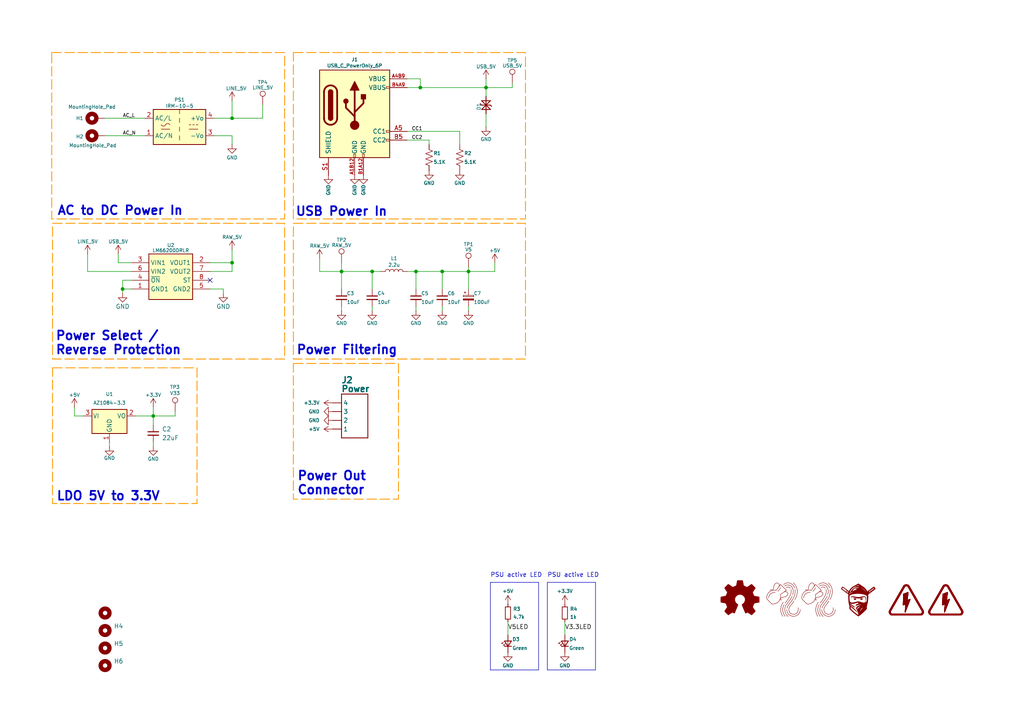
<source format=kicad_sch>
(kicad_sch (version 20250114) (generator "eeschema") (generator_version "9.0")
  (paper "A4")
  (title_block (title "Power Module") (date "2025-03-22") (rev "1.0") (company "CRG Makes") (comment 1 "Aquarius"))
  (lib_symbols
    (symbol "CRG Makes:IRM-10-5"
      (property "Reference" "PS" (at 0 6.35 0))
      (property "Value" "IRM-10-5" (at 0 -6.35 0))
      (symbol "IRM-10-5_1_1"
        (pin power_in line (at -10.16 2.54 0) (length 2.54) (name "AC/L") (number "2"))
        (pin power_in line (at -10.16 -2.54 0) (length 2.54) (name "AC/N") (number "1"))
        (pin power_out line (at 10.16 2.54 180) (length 2.54) (name "+Vo") (number "4"))
        (pin power_out line (at 10.16 -2.54 180) (length 2.54) (name "-Vo") (number "3"))
      )
    )
    (symbol "CRGM Connector:JST-SH-4"
      (property "Reference" "J" (at 0 2.794 0))
      (symbol "JST-SH-4_1_0"
        (pin passive line (at -2.54 0 0) (length 2.54) (name "4") (number "4"))
        (pin passive line (at -2.54 -2.54 0) (length 2.54) (name "3") (number "3"))
        (pin passive line (at -2.54 -5.08 0) (length 2.54) (name "2") (number "2"))
        (pin passive line (at -2.54 -7.62 0) (length 2.54) (name "1") (number "1"))
      )
    )
    (symbol "CRGM Connector:USB_C_PowerOnly_6P" (pin_names (offset 1.016))
      (property "Reference" "J" (at 0 16.51 0))
      (property "Value" "USB_C_PowerOnly_6P" (at 0 13.97 0))
      (symbol "USB_C_PowerOnly_6P_1_1"
        (pin passive line (at -7.62 -17.78 90) (length 5.08) (name "SHIELD") (number "S1"))
        (pin passive line (at 0 -17.78 90) (length 5.08) (name "GND") (number "A1B12"))
        (pin passive line (at 2.54 -17.78 90) (length 5.08) (name "GND") (number "B1A12"))
        (pin passive line (at 15.24 10.16 180) (length 5.08) (name "VBUS") (number "A4B9"))
        (pin passive line (at 15.24 7.62 180) (length 5.08) (name "VBUS") (number "B4A9"))
        (pin bidirectional line (at 15.24 -5.08 180) (length 5.08) (name "CC1") (number "A5"))
        (pin bidirectional line (at 15.24 -7.62 180) (length 5.08) (name "CC2") (number "B5"))
      )
    )
    (symbol "CRGM Logos:Aquarius Logo")
    (symbol "CRGM Logos:FNWW Face")
    (symbol "CRGM Passive:PESD5V5C1BLYL"
      (property "Reference" "D" (at -1.524 1.524 0))
      (symbol "PESD5V5C1BLYL_1_0"
        (pin bidirectional line (at -2.54 0 0) (length 0) (name "K1") (number "1"))
        (pin bidirectional line (at 2.54 0 180) (length 0) (name "K2") (number "2"))
      )
    )
    (symbol "CRGM Power:AZ1084-3.3" (pin_names (offset 0.254))
      (property "Reference" "U" (at -3.81 3.175 0))
      (property "Value" "AZ1084-3.3" (at 0 3.175 0))
      (symbol "AZ1084-3.3_1_1"
        (pin power_in line (at -7.62 0 0) (length 2.54) (name "VI") (number "3"))
        (pin power_in line (at 0 -7.62 90) (length 2.54) (name "GND") (number "1"))
        (pin power_out line (at 7.62 0 180) (length 2.54) (name "VO") (number "2"))
      )
    )
    (symbol "CRGM Power:LM66200DRLR"
      (property "Reference" "U" (at -6.096 10.922 0))
      (property "Value" "LM66200DRLR" (at -6.096 8.382 0))
      (symbol "LM66200DRLR_1_1"
        (pin passive line (at -11.43 3.81 0) (length 5.08) (name "VIN1") (number "3"))
        (pin passive line (at -11.43 1.27 0) (length 5.08) (name "VIN2") (number "6"))
        (pin passive line (at -11.43 -1.27 0) (length 5.08) (name "~{ON}") (number "4"))
        (pin passive line (at -11.43 -3.81 0) (length 5.08) (name "GND1") (number "1"))
        (pin passive line (at 11.43 3.81 180) (length 5.08) (name "VOUT1") (number "2"))
        (pin passive line (at 11.43 1.27 180) (length 5.08) (name "VOUT2") (number "7"))
        (pin passive line (at 11.43 -1.27 180) (length 5.08) (name "ST") (number "8"))
        (pin passive line (at 11.43 -3.81 180) (length 5.08) (name "GND2") (number "5"))
      )
    )
    (symbol "CRGM Symbols:High Voltage")
    (symbol "Connector:TestPoint" (pin_numbers (hide yes)) (pin_names (offset 0.762) (hide yes))
      (property "Reference" "TP" (at 0 6.858 0))
      (property "Value" "TestPoint" (at 0 5.08 0))
      (symbol "TestPoint_1_1"
        (pin passive line (at 0 0 90) (length 2.54) (name "1") (number "1"))
      )
    )
    (symbol "Device:C_Polarized_Small" (pin_numbers (hide yes)) (pin_names (offset 0.254) (hide yes))
      (property "Reference" "C" (at 0.254 1.778 0))
      (property "Value" "C_Polarized_Small" (at 0.254 -2.032 0))
      (symbol "C_Polarized_Small_1_1"
        (pin passive line (at 0 2.54 270) (length 1.8542) (name "~") (number "1"))
        (pin passive line (at 0 -2.54 90) (length 1.8542) (name "~") (number "2"))
      )
    )
    (symbol "Device:C_Small" (pin_numbers (hide yes)) (pin_names (offset 0.254) (hide yes))
      (property "Reference" "C" (at 0.254 1.778 0))
      (property "Value" "C_Small" (at 0.254 -2.032 0))
      (symbol "C_Small_1_1"
        (pin passive line (at 0 2.54 270) (length 2.032) (name "~") (number "1"))
        (pin passive line (at 0 -2.54 90) (length 2.032) (name "~") (number "2"))
      )
    )
    (symbol "Device:L" (pin_numbers (hide yes)) (pin_names (offset 1.016) (hide yes))
      (property "Reference" "L" (at -1.27 0 90))
      (property "Value" "L" (at 1.905 0 90))
      (symbol "L_1_1"
        (pin passive line (at 0 3.81 270) (length 1.27) (name "1") (number "1"))
        (pin passive line (at 0 -3.81 90) (length 1.27) (name "2") (number "2"))
      )
    )
    (symbol "Device:LED_Small" (pin_numbers (hide yes)) (pin_names (offset 0.254) (hide yes))
      (property "Reference" "D" (at -1.27 3.175 0))
      (property "Value" "LED_Small" (at -4.445 -2.54 0))
      (symbol "LED_Small_1_1"
        (pin passive line (at -2.54 0 0) (length 1.778) (name "K") (number "1"))
        (pin passive line (at 2.54 0 180) (length 1.778) (name "A") (number "2"))
      )
    )
    (symbol "Device:R_Small" (pin_numbers (hide yes)) (pin_names (offset 0.254) (hide yes))
      (property "Reference" "R" (at 0.762 0.508 0))
      (property "Value" "R_Small" (at 0.762 -1.016 0))
      (symbol "R_Small_1_1"
        (pin passive line (at 0 2.54 270) (length 0.762) (name "~") (number "1"))
        (pin passive line (at 0 -2.54 90) (length 0.762) (name "~") (number "2"))
      )
    )
    (symbol "Device:R_US" (pin_numbers (hide yes)) (pin_names (offset 0))
      (property "Reference" "R" (at 2.54 0 90))
      (property "Value" "R_US" (at -2.54 0 90))
      (symbol "R_US_1_1"
        (pin passive line (at 0 3.81 270) (length 1.27) (name "~") (number "1"))
        (pin passive line (at 0 -3.81 90) (length 1.27) (name "~") (number "2"))
      )
    )
    (symbol "Graphic:Logo_Open_Hardware_Small" (in_bom no) (on_board no))
    (symbol "Mechanical:MountingHole" (pin_names (offset 1.016)) (exclude_from_sim yes) (in_bom no)
      (property "Reference" "H" (at 0 5.08 0))
      (property "Value" "MountingHole" (at 0 3.175 0))
    )
    (symbol "Mechanical:MountingHole_Pad" (pin_numbers (hide yes)) (pin_names (offset 1.016) (hide yes)) (exclude_from_sim yes) (in_bom no)
      (property "Reference" "H" (at 0 6.35 0))
      (property "Value" "MountingHole_Pad" (at 0 4.445 0))
      (symbol "MountingHole_Pad_1_1"
        (pin input line (at 0 -2.54 90) (length 2.54) (name "1") (number "1"))
      )
    )
    (symbol "power:+3.3V" (power) (pin_numbers (hide yes)) (pin_names (offset 0) (hide yes))
      (property "Value" "+3.3V" (at 0 3.556 0))
      (symbol "+3.3V_1_1"
        (pin power_in line (at 0 0 90) (length 0) (name "~") (number "1"))
      )
    )
    (symbol "power:+5V" (power) (pin_numbers (hide yes)) (pin_names (offset 0) (hide yes))
      (property "Value" "+5V" (at 0 3.556 0))
      (symbol "+5V_1_1"
        (pin power_in line (at 0 0 90) (length 0) (name "~") (number "1"))
      )
    )
    (symbol "power:GND" (power) (pin_numbers (hide yes)) (pin_names (offset 0) (hide yes))
      (property "Value" "GND" (at 0 -3.81 0))
      (symbol "GND_1_1"
        (pin power_in line (at 0 0 270) (length 0) (name "~") (number "1"))
      )
    )
  )
  (rectangle (start 15 15.24) (end 82.55 63.5) (stroke (width 0.254) (type dash) (color 255 153 0 1)))
  (rectangle (start 85.09 105.41) (end 115.57 144.78) (stroke (width 0.254) (type dash) (color 255 153 0 1)))
  (rectangle (start 15.24 106.68) (end 57.15 146.05) (stroke (width 0.254) (type dash) (color 255 153 0 1)))
  (rectangle (start 15.24 64.77) (end 82.55 104.14) (stroke (width 0.254) (type dash) (color 255 153 0 1)))
  (rectangle (start 85.09 64.77) (end 152.4 104.14) (stroke (width 0.254) (type dash) (color 255 153 0 1)))
  (rectangle (start 85.09 15.24) (end 152.4 63.5) (stroke (width 0.254) (type dash) (color 255 153 0 1)))
  (text "AC to DC Power In" (at 16.51 61.214 0) (effects (font (size 2.54 2.54) (thickness 0.508) (bold yes)) (justify left)))
  (text "Power Filtering" (at 85.852 101.6 0) (effects (font (size 2.54 2.54) (thickness 0.508) (bold yes)) (justify left)))
  (text "Power Out\nConnector" (at 86.106 140.208 0) (effects (font (size 2.54 2.54) (thickness 0.508) (bold yes)) (justify left)))
  (text "USB Power In" (at 85.598 61.468 0) (effects (font (size 2.54 2.54) (thickness 0.508) (bold yes)) (justify left)))
  (text "PSU active LED" (at 158.75 167.64 0) (effects (font (size 1.27 1.27)) (justify left bottom)))
  (text "LDO 5V to 3.3V" (at 16.256 144.018 0) (effects (font (size 2.54 2.54) (thickness 0.508) (bold yes)) (justify left)))
  (text "Power Select /\nReverse Protection" (at 16.002 99.568 0) (effects (font (size 2.54 2.54) (thickness 0.508) (bold yes)) (justify left)))
  (text "PSU active LED" (at 142.24 167.64 0) (effects (font (size 1.27 1.27)) (justify left bottom)))
  (junction (at 135.89 78.74))
  (junction (at 67.31 76.2))
  (junction (at 121.92 25.4))
  (junction (at 107.95 78.74))
  (junction (at 35.56 83.82))
  (junction (at 99.06 78.74))
  (junction (at 120.65 78.74))
  (junction (at 67.31 34.29))
  (junction (at 44.45 120.65))
  (junction (at 140.97 25.4))
  (junction (at 128.27 78.74))
  (no_connect (at 60.96 81.28))
  (wire (pts (xy 44.45 118.11) (xy 44.45 120.65)))
  (wire (pts (xy 140.97 25.4) (xy 140.97 27.94)))
  (polyline (pts (xy 172.72 194.31) (xy 158.75 194.31)))
  (wire (pts (xy 99.06 78.74) (xy 99.06 83.82)))
  (wire (pts (xy 140.97 25.4) (xy 140.97 22.86)))
  (wire (pts (xy 34.29 76.2) (xy 34.29 73.66)))
  (wire (pts (xy 107.95 78.74) (xy 110.49 78.74)))
  (wire (pts (xy 76.2 30.48) (xy 76.2 34.29)))
  (wire (pts (xy 92.71 78.74) (xy 92.71 74.93)))
  (wire (pts (xy 120.65 88.9) (xy 120.65 90.17)))
  (wire (pts (xy 120.65 78.74) (xy 128.27 78.74)))
  (wire (pts (xy 148.59 24.13) (xy 148.59 25.4)))
  (wire (pts (xy 30.48 34.29) (xy 41.91 34.29)))
  (wire (pts (xy 135.89 83.82) (xy 135.89 78.74)))
  (wire (pts (xy 107.95 83.82) (xy 107.95 78.74)))
  (wire (pts (xy 50.8 120.65) (xy 50.8 119.38)))
  (wire (pts (xy 60.96 78.74) (xy 67.31 78.74)))
  (wire (pts (xy 124.46 40.64) (xy 124.46 41.91)))
  (wire (pts (xy 148.59 25.4) (xy 140.97 25.4)))
  (wire (pts (xy 133.35 38.1) (xy 133.35 41.91)))
  (wire (pts (xy 60.96 83.82) (xy 64.77 83.82)))
  (wire (pts (xy 67.31 39.37) (xy 62.23 39.37)))
  (polyline (pts (xy 156.21 194.31) (xy 142.24 194.31)))
  (wire (pts (xy 120.65 78.74) (xy 120.65 83.82)))
  (wire (pts (xy 67.31 34.29) (xy 76.2 34.29)))
  (wire (pts (xy 99.06 88.9) (xy 99.06 90.17)))
  (wire (pts (xy 163.83 184.15) (xy 163.83 180.34)))
  (wire (pts (xy 147.32 184.15) (xy 147.32 180.34)))
  (wire (pts (xy 135.89 77.47) (xy 135.89 78.74)))
  (polyline (pts (xy 172.72 168.91) (xy 172.72 194.31)))
  (wire (pts (xy 60.96 76.2) (xy 67.31 76.2)))
  (wire (pts (xy 44.45 128.27) (xy 44.45 129.54)))
  (wire (pts (xy 118.11 40.64) (xy 124.46 40.64)))
  (wire (pts (xy 99.06 78.74) (xy 107.95 78.74)))
  (polyline (pts (xy 158.75 168.91) (xy 158.75 194.31)))
  (wire (pts (xy 67.31 29.21) (xy 67.31 34.29)))
  (wire (pts (xy 128.27 83.82) (xy 128.27 78.74)))
  (wire (pts (xy 118.11 22.86) (xy 121.92 22.86)))
  (wire (pts (xy 44.45 120.65) (xy 44.45 123.19)))
  (wire (pts (xy 38.1 83.82) (xy 35.56 83.82)))
  (wire (pts (xy 121.92 22.86) (xy 121.92 25.4)))
  (wire (pts (xy 140.97 33.02) (xy 140.97 36.83)))
  (wire (pts (xy 25.4 78.74) (xy 25.4 73.66)))
  (wire (pts (xy 31.75 129.54) (xy 31.75 128.27)))
  (wire (pts (xy 67.31 72.39) (xy 67.31 76.2)))
  (wire (pts (xy 35.56 81.28) (xy 35.56 83.82)))
  (wire (pts (xy 118.11 78.74) (xy 120.65 78.74)))
  (polyline (pts (xy 156.21 168.91) (xy 156.21 194.31)))
  (wire (pts (xy 44.45 120.65) (xy 50.8 120.65)))
  (wire (pts (xy 38.1 81.28) (xy 35.56 81.28)))
  (wire (pts (xy 62.23 34.29) (xy 67.31 34.29)))
  (polyline (pts (xy 158.75 168.91) (xy 172.72 168.91)))
  (wire (pts (xy 107.95 88.9) (xy 107.95 90.17)))
  (wire (pts (xy 21.59 120.65) (xy 24.13 120.65)))
  (wire (pts (xy 128.27 78.74) (xy 135.89 78.74)))
  (wire (pts (xy 67.31 41.91) (xy 67.31 39.37)))
  (wire (pts (xy 143.51 78.74) (xy 143.51 76.2)))
  (polyline (pts (xy 142.24 168.91) (xy 156.21 168.91)))
  (wire (pts (xy 99.06 76.2) (xy 99.06 78.74)))
  (wire (pts (xy 118.11 25.4) (xy 121.92 25.4)))
  (wire (pts (xy 121.92 25.4) (xy 140.97 25.4)))
  (wire (pts (xy 64.77 83.82) (xy 64.77 85.09)))
  (wire (pts (xy 135.89 78.74) (xy 143.51 78.74)))
  (wire (pts (xy 92.71 78.74) (xy 99.06 78.74)))
  (wire (pts (xy 39.37 120.65) (xy 44.45 120.65)))
  (wire (pts (xy 135.89 88.9) (xy 135.89 90.17)))
  (wire (pts (xy 21.59 118.11) (xy 21.59 120.65)))
  (wire (pts (xy 30.48 39.37) (xy 41.91 39.37)))
  (wire (pts (xy 35.56 83.82) (xy 35.56 85.09)))
  (wire (pts (xy 38.1 76.2) (xy 34.29 76.2)))
  (polyline (pts (xy 142.24 168.91) (xy 142.24 194.31)))
  (wire (pts (xy 128.27 88.9) (xy 128.27 90.17)))
  (wire (pts (xy 38.1 78.74) (xy 25.4 78.74)))
  (wire (pts (xy 67.31 78.74) (xy 67.31 76.2)))
  (wire (pts (xy 118.11 38.1) (xy 133.35 38.1)))
  (label "AC_N" (at 35.56 39.37 0) (effects (font (size 1 1))))
  (label "CC1" (at 119.38 38.1 0) (effects (font (size 1 1))))
  (label "V5LED" (at 147.32 182.88 0))
  (label "CC2" (at 119.38 40.64 0) (effects (font (size 1 1))))
  (label "V3.3LED" (at 163.83 182.88 0))
  (label "AC_L" (at 35.56 34.29 0) (effects (font (size 1 1))))
  (symbol (lib_id "power:GND") (at 163.83 189.23 0) (unit 1)
    (property "Reference" "#PWR028" (effects (hide yes)))
    (property "Value" "GND" (at 163.83 193.04 0) (effects (font (size 1 1))))
  )
  (symbol (lib_id "Connector:TestPoint") (at 99.06 76.2 0) (mirror y) (unit 1) (in_bom no)
    (property "Reference" "TP2" (at 99.06 69.596 0) (effects (font (size 1 1))))
    (property "Value" "RAW_5V" (at 99.06 71.12 0) (effects (font (size 1 1))))
    (property "Footprint" "TestPoint:TestPoint_Pad_D1.0mm" (effects (hide yes)))
    (property "Description" "test point" (effects (hide yes)))
  )
  (symbol (lib_id "Mechanical:MountingHole") (at 30.48 177.8 0) (unit 1) (in_bom no)
    (property "Reference" "H3" (effects (hide yes)))
    (property "Value" "MountingHole" (effects (hide yes)))
    (property "Footprint" "CRGM Mechanical:MountingHole_3.2mm_M3_Pad_Via" (effects (hide yes)))
    (property "Description" "Mounting Hole without connection" (effects (hide yes)))
  )
  (symbol (lib_id "power:GND") (at 140.97 36.83 0) (unit 1)
    (property "Reference" "#PWR02" (effects (hide yes)))
    (property "Value" "GND" (at 140.97 40.386 0) (effects (font (size 1 1))))
  )
  (symbol (lib_id "Device:C_Small") (at 44.45 125.73 0) (unit 1)
    (property "Reference" "C2" (at 46.99 124.46 0) (effects (justify left)))
    (property "Value" "22uF" (at 46.99 127 0) (effects (justify left)))
    (property "Footprint" "Capacitor_SMD:C_0603_1608Metric" (effects (hide yes)))
    (property "Datasheet" "https://www.mouser.com/datasheet/2/585/MLCC-1837944.pdf" (effects (hide yes)))
    (property "Description" "CAP CER 22UF 16V X5R 0603" (effects (hide yes)))
    (property "MF" "Samsung" (effects (hide yes)))
    (property "MPN" "CL10A226MO7JZNC" (effects (hide yes)))
    (property "LCSC" "C2762594" (effects (hide yes)))
    (property "Digikey" "1276-7076-2-ND" (effects (hide yes)))
    (property "Mouser" "187-CL10A226MO7JZNC" (effects (hide yes)))
  )
  (symbol (lib_id "power:+5V") (at 143.51 76.2 0) (unit 1)
    (property "Reference" "#PWR09" (effects (hide yes)))
    (property "Value" "+5V" (at 143.51 72.644 0) (effects (font (size 1 1))))
    (property "Description" "Power symbol creates a global label with name \"+5V\"" (effects (hide yes)))
  )
  (symbol (lib_id "power:+5V") (at 96.52 124.46 90) (unit 1)
    (property "Reference" "#PWR015" (effects (hide yes)))
    (property "Value" "+5V" (at 92.71 124.4599 90) (effects (font (size 1 1)) (justify left)))
    (property "Description" "Power symbol creates a global label with name \"+5V\"" (effects (hide yes)))
  )
  (symbol (lib_id "power:GND") (at 107.95 90.17 0) (unit 1)
    (property "Reference" "#PWR021" (effects (hide yes)))
    (property "Value" "GND" (at 107.95 93.726 0) (effects (font (size 1 1))))
  )
  (symbol (lib_id "power:GND") (at 95.25 50.8 0) (unit 1)
    (property "Reference" "#PWR06" (effects (hide yes)))
    (property "Value" "GND" (at 95.25 55.118 90) (effects (font (size 1 1))))
    (property "Description" "Power symbol creates a global label with name \"GND\" , ground" (effects (hide yes)))
  )
  (symbol (lib_id "Device:R_Small") (at 147.32 177.8 0) (unit 1)
    (property "Reference" "R3" (at 148.8186 176.6316 0) (effects (font (size 1 1)) (justify left)))
    (property "Value" "4.7k" (at 148.8186 178.943 0) (effects (font (size 1 1)) (justify left)))
    (property "Footprint" "Resistor_SMD:R_0603_1608Metric" (effects (hide yes)))
    (property "Datasheet" "https://www.vishay.com/docs/28773/crcwce3.pdf" (effects (hide yes)))
    (property "Description" "Thick Film Resistors - SMD 1/10Watt 4.7Kohms 5% Commercial Use" (effects (hide yes)))
    (property "MN" "FOJAN" (effects (hide yes)))
    (property "MPN" "FRC0603J472 TS" (effects (hide yes)))
    (property "Mouser" "71-CRCW06034K70JNEAC" (effects (hide yes)))
    (property "Digikey" "541-3993-2-ND" (effects (hide yes)))
    (property "LCSC" "C2907166" (effects (hide yes)))
  )
  (symbol (lib_id "power:+3.3V") (at 96.52 116.84 90) (unit 1)
    (property "Reference" "#PWR012" (effects (hide yes)))
    (property "Value" "+3.3V" (at 92.71 116.8399 90) (effects (font (size 1 1)) (justify left)))
    (property "Description" "Power symbol creates a global label with name \"+3.3V\"" (effects (hide yes)))
  )
  (symbol (lib_id "power:GND") (at 128.27 90.17 0) (unit 1)
    (property "Reference" "#PWR023" (effects (hide yes)))
    (property "Value" "GND" (at 128.27 93.726 0) (effects (font (size 1 1))))
  )
  (symbol (lib_id "power:+5V") (at 67.31 72.39 0) (unit 1)
    (property "Reference" "#PWR032" (effects (hide yes)))
    (property "Value" "RAW_5V" (at 67.31 69.342 0) (effects (font (size 1 1)) (justify bottom)))
    (property "Description" "Power symbol creates a global label with name \"+5V\"" (effects (hide yes)))
  )
  (symbol (lib_id "power:GND") (at 96.52 119.38 270) (unit 1)
    (property "Reference" "#PWR013" (effects (hide yes)))
    (property "Value" "GND" (at 92.71 119.3799 90) (effects (font (size 1 1)) (justify right)))
    (property "Description" "Power symbol creates a global label with name \"GND\" , ground" (effects (hide yes)))
  )
  (symbol (lib_id "power:GND") (at 133.35 49.53 0) (unit 1)
    (property "Reference" "#PWR05" (effects (hide yes)))
    (property "Value" "GND" (at 133.35 53.086 0) (effects (font (size 1 1))))
    (property "Description" "Power symbol creates a global label with name \"GND\" , ground" (effects (hide yes)))
  )
  (symbol (lib_id "Graphic:Logo_Open_Hardware_Small") (at 214.63 173.99 0) (unit 1) (in_bom no)
    (property "Reference" "LOGO2" (effects (hide yes)))
    (property "Value" "Logo_Open_Hardware_Small" (effects (hide yes)))
    (property "Footprint" "Symbol:OSHW-Logo_5.7x6mm_SilkScreen" (effects (hide yes)))
    (property "Description" "Open Hardware logo, small" (effects (hide yes)))
  )
  (symbol (lib_id "power:GND") (at 99.06 90.17 0) (unit 1)
    (property "Reference" "#PWR020" (effects (hide yes)))
    (property "Value" "GND" (at 99.06 93.726 0) (effects (font (size 1 1))))
  )
  (symbol (lib_id "power:GND") (at 64.77 85.09 0) (unit 1)
    (property "Reference" "#PWR031" (effects (hide yes)))
    (property "Value" "GND" (at 64.77 88.9 0))
    (property "Description" "Power symbol creates a global label with name \"GND\" , ground" (effects (hide yes)))
  )
  (symbol (lib_id "Device:L") (at 114.3 78.74 90) (unit 1)
    (property "Reference" "L1" (at 114.3 74.93 90) (effects (font (size 1 1))))
    (property "Value" "2.2u" (at 114.3 76.835 90) (effects (font (size 1 1))))
    (property "Footprint" "Inductor_SMD:L_Sunlord_MWSA0402S" (effects (hide yes)))
    (property "Datasheet" "https://jlcpcb.com/api/file/downloadByFileSystemAccessId/8552174640249257984" (effects (hide yes)))
    (property "Description" "4.5A 2.2uH ±20% 5A SMD,4.4x4.2mm Power Inductors" (effects (hide yes)))
    (property "MN" "Sunlord" (effects (hide yes)))
    (property "MPN" "MWSA0402S-2R2MT" (effects (hide yes)))
    (property "JLCPCB" "C408335" (effects (hide yes)))
    (property "LCSC" "C408335" (effects (hide yes)))
    (property "Mouser" "673-PA4332222NLT" (effects (hide yes)))
    (property "Digikey" "553-3290-2-ND" (effects (hide yes)))
  )
  (symbol (lib_id "Device:C_Small") (at 107.95 86.36 0) (unit 1)
    (property "Reference" "C4" (at 109.474 85.09 0) (effects (font (size 1 1)) (justify left)))
    (property "Value" "10uF" (at 109.474 87.63 0) (effects (font (size 1 1)) (justify left)))
    (property "Footprint" "Capacitor_SMD:C_0603_1608Metric" (effects (hide yes)))
    (property "Datasheet" "https://mm.digikey.com/Volume0/opasdata/d220001/medias/docus/43/CL10A106MO8NQNC_Spec.pdf" (effects (hide yes)))
    (property "Description" "CAP CER 10UF 16V X5R 0603" (effects (hide yes)))
    (property "MF" "Samsung" (effects (hide yes)))
    (property "MPN" "CL10A106MO8NQNC" (effects (hide yes)))
    (property "LCSC" "C92487" (effects (hide yes)))
    (property "Digikey" "1276-1870-2-ND" (effects (hide yes)))
    (property "Mouser" "187-CL10A106MO8NQNC" (effects (hide yes)))
  )
  (symbol (lib_id "Device:C_Polarized_Small") (at 135.89 86.36 0) (unit 1)
    (property "Reference" "C7" (at 137.414 85.09 0) (effects (font (size 1 1)) (justify left)))
    (property "Value" "100uF" (at 137.414 87.63 0) (effects (font (size 1 1)) (justify left)))
    (property "Footprint" "Capacitor_SMD:CP_Elec_6.3x7.7" (effects (hide yes)))
    (property "Datasheet" "https://www.nichicon.co.jp/english/series_items/catalog_pdf/e-uwt.pdf" (effects (hide yes)))
    (property "Description" "100uF 35V ±20% SMD,D6.3xL7.7mm Aluminum Electrolytic Capacitors" (effects (hide yes)))
    (property "JLCPCB" "C3339" (effects (hide yes)))
    (property "LCSC" "C3339" (effects (hide yes)))
    (property "Mouser" "647-UWT1V101MCL1S" (effects (hide yes)))
    (property "Digikey" "493-2203-2-ND" (effects (hide yes)))
    (property "Notes" "35V/Aluminum" (effects (hide yes)))
  )
  (symbol (lib_id "CRGM Symbols:High Voltage") (at 262.89 173.99 0) (unit 1) (in_bom no)
    (property "Reference" "S1" (effects (hide yes)))
    (property "Footprint" "CRGM Symbols:HIGH-VOLTAGE-5MM" (effects (hide yes)))
  )
  (symbol (lib_id "Mechanical:MountingHole") (at 30.48 187.96 0) (unit 1) (in_bom no)
    (property "Reference" "H5" (at 33.02 186.6899 0) (effects (justify left)))
    (property "Value" "MountingHole" (effects (hide yes)))
    (property "Footprint" "CRGM Mechanical:MountingHole_3.2mm_M3_Pad_Via" (effects (hide yes)))
    (property "Description" "Mounting Hole without connection" (effects (hide yes)))
  )
  (symbol (lib_id "power:+5V") (at 140.97 22.86 0) (unit 1)
    (property "Reference" "#PWR019" (effects (hide yes)))
    (property "Value" "USB_5V" (at 140.97 19.304 0) (effects (font (size 1 1))))
    (property "Description" "Power symbol creates a global label with name \"+5V\"" (effects (hide yes)))
  )
  (symbol (lib_id "power:GND") (at 102.87 50.8 0) (unit 1)
    (property "Reference" "#PWR07" (effects (hide yes)))
    (property "Value" "GND" (at 102.87 55.118 90) (effects (font (size 1 1))))
    (property "Description" "Power symbol creates a global label with name \"GND\" , ground" (effects (hide yes)))
  )
  (symbol (lib_id "power:GND") (at 120.65 90.17 0) (unit 1)
    (property "Reference" "#PWR022" (effects (hide yes)))
    (property "Value" "GND" (at 120.65 93.726 0) (effects (font (size 1 1))))
  )
  (symbol (lib_id "power:GND") (at 96.52 121.92 270) (unit 1)
    (property "Reference" "#PWR014" (effects (hide yes)))
    (property "Value" "GND" (at 92.71 121.9199 90) (effects (font (size 1 1)) (justify right)))
    (property "Description" "Power symbol creates a global label with name \"GND\" , ground" (effects (hide yes)))
  )
  (symbol (lib_id "power:+5V") (at 147.32 175.26 0) (unit 1)
    (property "Reference" "#PWR025" (effects (hide yes)))
    (property "Value" "+5V" (at 147.32 171.45 0) (effects (font (size 1 1))))
  )
  (symbol (lib_id "power:+5V") (at 21.59 118.11 0) (unit 1)
    (property "Reference" "#PWR010" (effects (hide yes)))
    (property "Value" "+5V" (at 21.59 114.554 0) (effects (font (size 1 1))))
    (property "Description" "Power symbol creates a global label with name \"+5V\"" (effects (hide yes)))
  )
  (symbol (lib_id "Device:C_Small") (at 128.27 86.36 0) (unit 1)
    (property "Reference" "C6" (at 129.794 85.09 0) (effects (font (size 1 1)) (justify left)))
    (property "Value" "10uF" (at 129.794 87.63 0) (effects (font (size 1 1)) (justify left)))
    (property "Footprint" "Capacitor_SMD:C_0603_1608Metric" (effects (hide yes)))
    (property "Datasheet" "https://mm.digikey.com/Volume0/opasdata/d220001/medias/docus/43/CL10A106MO8NQNC_Spec.pdf" (effects (hide yes)))
    (property "Description" "CAP CER 10UF 16V X5R 0603" (effects (hide yes)))
    (property "MF" "Samsung" (effects (hide yes)))
    (property "MPN" "CL10A106MO8NQNC" (effects (hide yes)))
    (property "LCSC" "C92487" (effects (hide yes)))
    (property "Digikey" "1276-1870-2-ND" (effects (hide yes)))
    (property "Mouser" "187-CL10A106MO8NQNC" (effects (hide yes)))
  )
  (symbol (lib_id "power:GND") (at 44.45 129.54 0) (unit 1)
    (property "Reference" "#PWR018" (effects (hide yes)))
    (property "Value" "GND" (at 44.45 133.096 0) (effects (font (size 1 1))))
    (property "Description" "Power symbol creates a global label with name \"GND\" , ground" (effects (hide yes)))
  )
  (symbol (lib_id "CRGM Logos:FNWW Face") (at 248.92 173.99 0) (unit 1) (in_bom no)
    (property "Reference" "LOGO1" (effects (hide yes)))
    (property "Footprint" "CRGM Logos:FNWW Face 10mm" (effects (hide yes)))
  )
  (symbol (lib_id "Device:R_US") (at 124.46 45.72 0) (unit 1)
    (property "Reference" "R1" (at 125.73 44.45 0) (effects (font (size 1 1)) (justify left)))
    (property "Value" "5.1K" (at 125.73 46.99 0) (effects (font (size 1 1)) (justify left)))
    (property "Footprint" "Resistor_SMD:R_0603_1608Metric" (effects (hide yes)))
    (property "Datasheet" "https://jlcpcb.com/api/file/downloadByFileSystemAccessId/8589837035717488640" (effects (hide yes)))
    (property "Description" "100mW Thick Film Resistors 75V ±100ppm/℃ ±5% 5.1kΩ 0603 Chip Resistor" (effects (hide yes)))
    (property "MF" "FOJAN" (effects (hide yes)))
    (property "MPN" "FRC0603J512 TS" (effects (hide yes)))
    (property "LCSC" "C2907114" (effects (hide yes)))
  )
  (symbol (lib_id "power:+5V") (at 34.29 73.66 0) (unit 1)
    (property "Reference" "#PWR029" (effects (hide yes)))
    (property "Value" "USB_5V" (at 34.29 70.612 0) (effects (font (size 1 1)) (justify bottom)))
    (property "Description" "Power symbol creates a global label with name \"+5V\"" (effects (hide yes)))
  )
  (symbol (lib_id "power:GND") (at 67.31 41.91 0) (unit 1)
    (property "Reference" "#PWR03" (effects (hide yes)))
    (property "Value" "GND" (at 67.31 45.72 0) (effects (font (size 1 1))))
    (property "Description" "Power symbol creates a global label with name \"GND\" , ground" (effects (hide yes)))
  )
  (symbol (lib_id "power:+5V") (at 25.4 73.66 0) (unit 1)
    (property "Reference" "#PWR016" (effects (hide yes)))
    (property "Value" "LINE_5V" (at 25.4 70.612 0) (effects (font (size 1 1)) (justify bottom)))
    (property "Description" "Power symbol creates a global label with name \"+5V\"" (effects (hide yes)))
  )
  (symbol (lib_id "CRGM Passive:PESD5V5C1BLYL") (at 140.97 30.48 90) (unit 1)
    (property "Reference" "D1" (at 139.446 32.004 0) (effects (font (size 1 1) (thickness 0.125)) (justify left bottom)))
    (property "Value" "PESD5V5C1BL" (effects (hide yes)))
    (property "Footprint" "CRGM Passive:DFN1006-2" (effects (hide yes)))
    (property "Datasheet" "https://assets.nexperia.com/documents/data-sheet/PESD5V5C1BL.pdf" (effects (hide yes)))
    (property "Description" "TVS DIODE Vrwm=5.5v Vcl=5.4v Ippm=6.5A DFN10062" (effects (hide yes)))
    (property "LCSC" "C2827636" (effects (hide yes)))
    (property "Mouser" "771-PESD5V5C1BLYL" (effects (hide yes)))
    (property "Digikey" "1727-PESD5V5C1BLYLTR-ND" (effects (hide yes)))
    (property "MN" "Nexperia" (effects (hide yes)))
    (property "MPN" "PESD5V5C1BLYL" (effects (hide yes)))
  )
  (symbol (lib_id "Device:C_Small") (at 120.65 86.36 0) (unit 1)
    (property "Reference" "C5" (at 122.174 85.09 0) (effects (font (size 1 1)) (justify left)))
    (property "Value" "10uF" (at 122.174 87.63 0) (effects (font (size 1 1)) (justify left)))
    (property "Footprint" "Capacitor_SMD:C_0603_1608Metric" (effects (hide yes)))
    (property "Datasheet" "https://mm.digikey.com/Volume0/opasdata/d220001/medias/docus/43/CL10A106MO8NQNC_Spec.pdf" (effects (hide yes)))
    (property "Description" "CAP CER 10UF 16V X5R 0603" (effects (hide yes)))
    (property "MF" "Samsung" (effects (hide yes)))
    (property "MPN" "CL10A106MO8NQNC" (effects (hide yes)))
    (property "LCSC" "C92487" (effects (hide yes)))
    (property "Digikey" "1276-1870-2-ND" (effects (hide yes)))
    (property "Mouser" "187-CL10A106MO8NQNC" (effects (hide yes)))
  )
  (symbol (lib_id "Device:LED_Small") (at 163.83 186.69 90) (unit 1)
    (property "Reference" "D4" (at 165.1 185.42 90) (effects (font (size 1 1)) (justify right)))
    (property "Value" "Green" (at 165.1 187.96 90) (effects (font (size 1 1)) (justify right)))
    (property "Footprint" "LED_SMD:LED_0603_1608Metric" (effects (hide yes)))
    (property "Datasheet" "https://optoelectronics.liteon.com/upload/download/DS22-2000-228/LTST-C191KGKT.PDF" (effects (hide yes)))
    (property "Description" "LED GREEN CLEAR SMD 2V" (effects (hide yes)))
    (property "MN" "XINGLIGHT" (effects (hide yes)))
    (property "MPN" "XL-1608UGC-04" (effects (hide yes)))
    (property "Mouser" "859-LTST-C191KGKT" (effects (hide yes)))
    (property "Digikey" "160-1446-2-ND" (effects (hide yes)))
    (property "LCSC" "C965804" (effects (hide yes)))
  )
  (symbol (lib_id "power:GND") (at 35.56 85.09 0) (unit 1)
    (property "Reference" "#PWR030" (effects (hide yes)))
    (property "Value" "GND" (at 35.56 88.9 0))
    (property "Description" "Power symbol creates a global label with name \"GND\" , ground" (effects (hide yes)))
  )
  (symbol (lib_id "power:+5V") (at 67.31 29.21 0) (unit 1)
    (property "Reference" "#PWR01" (effects (hide yes)))
    (property "Value" "LINE_5V" (at 65.532 25.654 0) (effects (font (size 1 1)) (justify left)))
    (property "Description" "Power symbol creates a global label with name \"+5V\"" (effects (hide yes)))
  )
  (symbol (lib_id "power:GND") (at 135.89 90.17 0) (unit 1)
    (property "Reference" "#PWR024" (effects (hide yes)))
    (property "Value" "GND" (at 135.89 93.726 0) (effects (font (size 1 1))))
  )
  (symbol (lib_id "power:GND") (at 31.75 129.54 0) (unit 1)
    (property "Reference" "#PWR017" (effects (hide yes)))
    (property "Value" "GND" (at 31.75 132.842 0) (effects (font (size 1 1))))
  )
  (symbol (lib_id "Mechanical:MountingHole") (at 30.48 182.88 0) (unit 1) (in_bom no)
    (property "Reference" "H4" (at 33.02 181.6099 0) (effects (justify left)))
    (property "Value" "MountingHole" (effects (hide yes)))
    (property "Footprint" "CRGM Mechanical:MountingHole_3.2mm_M3_Pad_Via" (effects (hide yes)))
    (property "Description" "Mounting Hole without connection" (effects (hide yes)))
  )
  (symbol (lib_id "Device:C_Small") (at 99.06 86.36 0) (unit 1)
    (property "Reference" "C3" (at 100.584 85.09 0) (effects (font (size 1 1)) (justify left)))
    (property "Value" "10uF" (at 100.584 87.63 0) (effects (font (size 1 1)) (justify left)))
    (property "Footprint" "Capacitor_SMD:C_0603_1608Metric" (effects (hide yes)))
    (property "Datasheet" "https://mm.digikey.com/Volume0/opasdata/d220001/medias/docus/43/CL10A106MO8NQNC_Spec.pdf" (effects (hide yes)))
    (property "Description" "CAP CER 10UF 16V X5R 0603" (effects (hide yes)))
    (property "MF" "Samsung" (effects (hide yes)))
    (property "MPN" "CL10A106MO8NQNC" (effects (hide yes)))
    (property "LCSC" "C92487" (effects (hide yes)))
    (property "Digikey" "1276-1870-2-ND" (effects (hide yes)))
    (property "Mouser" "187-CL10A106MO8NQNC" (effects (hide yes)))
  )
  (symbol (lib_id "CRGM Connector:JST-SH-4") (at 99.06 116.84 0) (unit 1)
    (property "Reference" "J2" (at 98.806 110.236 0) (effects (font (size 1.778 1.778) (thickness 0.3556) (bold yes)) (justify left)))
    (property "Value" "Power" (at 98.806 112.776 0) (effects (font (size 1.778 1.778) (thickness 0.3556) (bold yes)) (justify left)))
    (property "Footprint" "CRGM Connector:JST_SH_SM04B-SRSS-TB_1x04-1MP_P1.00mm_Horizontal" (effects (hide yes)))
    (property "Description" "JST SH 1.0mm 4 Position" (effects (hide yes)))
    (property "MN" "JST" (effects (hide yes)))
    (property "MPN" "SM04B-SRSS-TB" (effects (hide yes)))
    (property "LCSC" "C2763614" (effects (hide yes)))
  )
  (symbol (lib_id "CRGM Power:AZ1084-3.3") (at 31.75 120.65 0) (unit 1)
    (property "Reference" "U1" (at 31.75 114.3 0) (effects (font (size 1 1))))
    (property "Value" "AZ1084-3.3" (at 31.75 116.84 0) (effects (font (size 1 1))))
    (property "Footprint" "CRGM Power:TO-252-2" (effects (hide yes)))
    (property "Datasheet" "https://www.diodes.com/assets/Datasheets/AZ1084.pdf" (effects (hide yes)))
    (property "Description" "5A 12V Fixed LDO Linear Regulator, 1.5V, TO-220/TO-252/TO-263" (effects (hide yes)))
    (property "MN" "Diodes Incorporated" (effects (hide yes)))
    (property "MPN" "AZ1084CD-3.3TRG1" (effects (hide yes)))
    (property "Mouser" "621-AZ1084CD-3.3TRG1" (effects (hide yes)))
    (property "Digikey" "AZ1084CD-3.3TRG1DITR-ND" (effects (hide yes)))
    (property "LCSC" "C151391" (effects (hide yes)))
  )
  (symbol (lib_id "Connector:TestPoint") (at 135.89 77.47 0) (mirror y) (unit 1) (in_bom no)
    (property "Reference" "TP1" (at 135.89 70.866 0) (effects (font (size 1 1))))
    (property "Value" "V5" (at 135.89 72.39 0) (effects (font (size 1 1))))
    (property "Footprint" "TestPoint:TestPoint_Pad_D1.0mm" (effects (hide yes)))
    (property "Description" "test point" (effects (hide yes)))
  )
  (symbol (lib_id "CRGM Symbols:High Voltage") (at 274.32 173.99 0) (unit 1) (in_bom no)
    (property "Reference" "S2" (effects (hide yes)))
    (property "Footprint" "CRGM Symbols:HIGH-VOLTAGE-5MM" (effects (hide yes)))
  )
  (symbol (lib_id "CRGM Connector:USB_C_PowerOnly_6P") (at 102.87 33.02 0) (unit 1)
    (property "Reference" "J1" (at 102.87 17.272 0) (effects (font (size 1 1))))
    (property "Value" "USB_C_PowerOnly_6P" (at 102.87 19.05 0) (effects (font (size 1 1))))
    (property "Footprint" "CRGM Connector:GCT_USB4105-GF-A" (effects (hide yes)))
    (property "Datasheet" "https://www.usb.org/sites/default/files/documents/usb_type-c.zip" (effects (hide yes)))
    (property "Description" "USB Power-Only 6P Type-C Receptacle connector" (effects (hide yes)))
    (property "LCSC" "C165948" (effects (hide yes)))
    (property "MN" "GTC" (effects (hide yes)))
    (property "MPN" "USB4105-GF-A-060" (effects (hide yes)))
    (property "Mouser" "640-USB4105-GF-A-060" (effects (hide yes)))
    (property "Digikey" "2073-USB4105-GF-A-060TR-ND" (effects (hide yes)))
  )
  (symbol (lib_id "power:GND") (at 124.46 49.53 0) (unit 1)
    (property "Reference" "#PWR04" (effects (hide yes)))
    (property "Value" "GND" (at 124.46 53.086 0) (effects (font (size 1 1))))
    (property "Description" "Power symbol creates a global label with name \"GND\" , ground" (effects (hide yes)))
  )
  (symbol (lib_id "power:+5V") (at 92.71 74.93 0) (unit 1)
    (property "Reference" "#PWR033" (effects (hide yes)))
    (property "Value" "RAW_5V" (at 92.71 71.882 0) (effects (font (size 1 1)) (justify bottom)))
    (property "Description" "Power symbol creates a global label with name \"+5V\"" (effects (hide yes)))
  )
  (symbol (lib_id "CRGM Logos:Aquarius Logo") (at 237.49 173.99 0) (unit 1) (in_bom no)
    (property "Reference" "LOGO3" (effects (hide yes)))
    (property "Footprint" "CRGM Logos:Aquarius Logo 10mm" (effects (hide yes)))
  )
  (symbol (lib_id "CRGM Logos:Aquarius Logo") (at 227.33 173.99 0) (unit 1) (in_bom no)
    (property "Reference" "LOGO4" (effects (hide yes)))
    (property "Footprint" "CRGM Logos:Aquarius Logo 5mm" (effects (hide yes)))
  )
  (symbol (lib_id "power:+3.3V") (at 44.45 118.11 0) (unit 1)
    (property "Reference" "#PWR011" (effects (hide yes)))
    (property "Value" "+3.3V" (at 44.45 114.554 0) (effects (font (size 1 1))))
    (property "Description" "Power symbol creates a global label with name \"+3.3V\"" (effects (hide yes)))
  )
  (symbol (lib_id "Device:R_Small") (at 163.83 177.8 0) (unit 1)
    (property "Reference" "R4" (at 165.3286 176.6316 0) (effects (font (size 1 1)) (justify left)))
    (property "Value" "1k" (at 165.3286 178.943 0) (effects (font (size 1 1)) (justify left)))
    (property "Footprint" "Resistor_SMD:R_0603_1608Metric" (effects (hide yes)))
    (property "Datasheet" "https://www.vishay.com/docs/20035/dcrcwe3.pdf" (effects (hide yes)))
    (property "Description" "Thick Film Resistors - SMD 1/10watt 1.0Kohms 1%" (effects (hide yes)))
    (property "MN" "Vishay" (effects (hide yes)))
    (property "MPN" "CRCW06031K00FKEA" (effects (hide yes)))
    (property "Mouser" "71-CRCW0603-1.0K-E3" (effects (hide yes)))
    (property "Digikey" "541-1.00KHTR-ND" (effects (hide yes)))
    (property "LCSC" "C2907113" (effects (hide yes)))
  )
  (symbol (lib_id "Connector:TestPoint") (at 76.2 30.48 0) (mirror y) (unit 1) (in_bom no)
    (property "Reference" "TP4" (at 76.2 23.876 0) (effects (font (size 1 1))))
    (property "Value" "LINE_5V" (at 76.2 25.4 0) (effects (font (size 1 1))))
    (property "Footprint" "TestPoint:TestPoint_Pad_D1.0mm" (effects (hide yes)))
    (property "Description" "test point" (effects (hide yes)))
  )
  (symbol (lib_id "Connector:TestPoint") (at 50.8 119.38 0) (unit 1) (in_bom no)
    (property "Reference" "TP3" (at 49.276 112.268 0) (effects (font (size 1 1)) (justify left)))
    (property "Value" "V33" (at 49.276 114.046 0) (effects (font (size 1 1)) (justify left)))
    (property "Footprint" "TestPoint:TestPoint_Pad_D1.0mm" (effects (hide yes)))
    (property "Description" "test point" (effects (hide yes)))
  )
  (symbol (lib_id "Device:LED_Small") (at 147.32 186.69 90) (unit 1)
    (property "Reference" "D3" (at 148.59 185.42 90) (effects (font (size 1 1)) (justify right)))
    (property "Value" "Green" (at 148.59 187.96 90) (effects (font (size 1 1)) (justify right)))
    (property "Footprint" "LED_SMD:LED_0603_1608Metric" (effects (hide yes)))
    (property "Datasheet" "https://optoelectronics.liteon.com/upload/download/DS22-2000-228/LTST-C191KGKT.PDF" (effects (hide yes)))
    (property "Description" "LED GREEN CLEAR SMD 2V" (effects (hide yes)))
    (property "MN" "XINGLIGHT" (effects (hide yes)))
    (property "MPN" "XL-1608UGC-04" (effects (hide yes)))
    (property "Mouser" "859-LTST-C191KGKT" (effects (hide yes)))
    (property "Digikey" "160-1446-2-ND" (effects (hide yes)))
    (property "LCSC" "C965804" (effects (hide yes)))
  )
  (symbol (lib_id "power:+3.3V") (at 163.83 175.26 0) (unit 1)
    (property "Reference" "#PWR026" (effects (hide yes)))
    (property "Value" "+3.3V" (at 163.83 171.45 0) (effects (font (size 1 1))))
  )
  (symbol (lib_id "Device:R_US") (at 133.35 45.72 0) (unit 1)
    (property "Reference" "R2" (at 134.62 44.45 0) (effects (font (size 1 1)) (justify left)))
    (property "Value" "5.1K" (at 134.62 46.99 0) (effects (font (size 1 1)) (justify left)))
    (property "Footprint" "Resistor_SMD:R_0603_1608Metric" (effects (hide yes)))
    (property "Datasheet" "https://jlcpcb.com/api/file/downloadByFileSystemAccessId/8589837035717488640" (effects (hide yes)))
    (property "Description" "100mW Thick Film Resistors 75V ±100ppm/℃ ±5% 5.1kΩ 0603 Chip Resistor" (effects (hide yes)))
    (property "MF" "FOJAN" (effects (hide yes)))
    (property "MPN" "FRC0603J512 TS" (effects (hide yes)))
    (property "LCSC" "C2907114" (effects (hide yes)))
  )
  (symbol (lib_id "Mechanical:MountingHole_Pad") (at 27.94 39.37 90) (unit 1) (in_bom no)
    (property "Reference" "H2" (at 23.114 39.624 90) (effects (font (size 1 1))))
    (property "Value" "MountingHole_Pad" (at 26.924 42.164 90) (effects (font (size 1 1))))
    (property "Footprint" "CRGM Mechanical:MountingHole_3.2mm_M3_Pad_Via" (effects (hide yes)))
    (property "Description" "Mounting Hole with connection" (effects (hide yes)))
  )
  (symbol (lib_id "CRGM Power:LM66200DRLR") (at 49.53 80.01 0) (unit 1)
    (property "Reference" "U2" (at 49.53 71.12 0) (effects (font (size 1 1))))
    (property "Value" "LM66200DRLR" (at 49.53 72.644 0) (effects (font (size 1 1))))
    (property "Footprint" "CRGM Power:SOTFL50P160X60-8N" (effects (hide yes)))
    (property "Datasheet" "https://www.ti.com/lit/gpn/lm66200" (effects (hide yes)))
    (property "Description" "1.6-V to 5.5-V, 40-m, 2.5-A, low-IQ, dual ideal diode" (effects (hide yes)))
    (property "MN" "Texas Instruments" (effects (hide yes)))
    (property "MPN" "LM66200DRLR" (effects (hide yes)))
    (property "Height" "0.6" (effects (hide yes)))
    (property "Mouser" "595-LM66200DRLR" (effects (hide yes)))
    (property "Digikey" "296-LM66200DRLRTR-ND" (effects (hide yes)))
    (property "LCSC" "C3235556" (effects (hide yes)))
  )
  (symbol (lib_id "CRG Makes:IRM-10-5") (at 52.07 36.83 0) (unit 1)
    (property "Reference" "PS1" (at 52.07 28.956 0) (effects (font (size 1 1))))
    (property "Value" "IRM-10-5" (at 52.07 30.734 0) (effects (font (size 1 1))))
    (property "Footprint" "Converter_ACDC:Converter_ACDC_MeanWell_IRM-10-xx_THT" (effects (hide yes)))
    (property "Datasheet" "https://www.meanwell.com/Upload/PDF/IRM-10/IRM-10-SPEC.PDF" (effects (hide yes)))
    (property "Description" "5V, 2A, 10W, Isolated, AC-DC, 222A(IRM10)" (effects (hide yes)))
    (property "MPN" "IRM-10-5" (effects (hide yes)))
    (property "Mouser" "709-IRM10-5" (effects (hide yes)))
    (property "Digikey" "1866-3032-ND" (effects (hide yes)))
    (property "LCSC" "C2857903" (effects (hide yes)))
    (property "MN" "Meanwell" (effects (hide yes)))
  )
  (symbol (lib_id "Connector:TestPoint") (at 148.59 24.13 0) (mirror y) (unit 1) (in_bom no)
    (property "Reference" "TP5" (at 148.59 17.526 0) (effects (font (size 1 1))))
    (property "Value" "USB_5V" (at 148.59 19.05 0) (effects (font (size 1 1))))
    (property "Footprint" "TestPoint:TestPoint_Pad_D1.0mm" (effects (hide yes)))
    (property "Description" "test point" (effects (hide yes)))
  )
  (symbol (lib_id "power:GND") (at 147.32 189.23 0) (unit 1)
    (property "Reference" "#PWR027" (effects (hide yes)))
    (property "Value" "GND" (at 147.32 193.04 0) (effects (font (size 1 1))))
  )
  (symbol (lib_id "Mechanical:MountingHole_Pad") (at 27.94 34.29 90) (unit 1) (in_bom no)
    (property "Reference" "H1" (at 23.114 34.29 90) (effects (font (size 1 1))))
    (property "Value" "MountingHole_Pad" (at 26.67 30.988 90) (effects (font (size 1 1))))
    (property "Footprint" "CRGM Mechanical:MountingHole_3.2mm_M3_Pad_Via" (effects (hide yes)))
    (property "Description" "Mounting Hole with connection" (effects (hide yes)))
  )
  (symbol (lib_id "Mechanical:MountingHole") (at 30.48 193.04 0) (unit 1) (in_bom no)
    (property "Reference" "H6" (at 33.02 191.7699 0) (effects (justify left)))
    (property "Value" "MountingHole" (effects (hide yes)))
    (property "Footprint" "CRGM Mechanical:MountingHole_3.2mm_M3_Pad_Via" (effects (hide yes)))
    (property "Description" "Mounting Hole without connection" (effects (hide yes)))
  )
  (symbol (lib_id "power:GND") (at 105.41 50.8 0) (unit 1)
    (property "Reference" "#PWR08" (effects (hide yes)))
    (property "Value" "GND" (at 105.41 55.118 90) (effects (font (size 1 1))))
    (property "Description" "Power symbol creates a global label with name \"GND\" , ground" (effects (hide yes)))
  )
)
</source>
